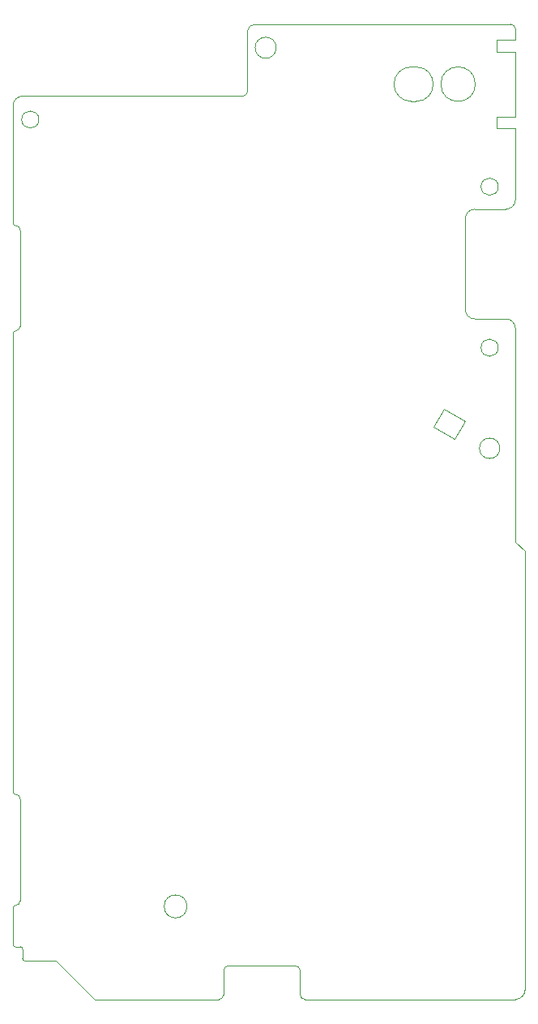
<source format=gm1>
G04 #@! TF.GenerationSoftware,KiCad,Pcbnew,5.1.5+dfsg1-2build2*
G04 #@! TF.CreationDate,2021-01-13T21:24:21+01:00*
G04 #@! TF.ProjectId,sony-scopeman,736f6e79-2d73-4636-9f70-656d616e2e6b,rev?*
G04 #@! TF.SameCoordinates,Original*
G04 #@! TF.FileFunction,Profile,NP*
%FSLAX46Y46*%
G04 Gerber Fmt 4.6, Leading zero omitted, Abs format (unit mm)*
G04 Created by KiCad (PCBNEW 5.1.5+dfsg1-2build2) date 2021-01-13 21:24:21*
%MOMM*%
%LPD*%
G04 APERTURE LIST*
%ADD10C,0.050000*%
G04 APERTURE END LIST*
D10*
X152000001Y-42500000D02*
G75*
G02X152500000Y-43000001I-1J-500000D01*
G01*
X151750000Y-42500000D02*
X152000000Y-42500001D01*
X143938528Y-84540191D02*
X145038524Y-82634937D01*
X146103591Y-85790192D02*
X143938528Y-84540191D01*
X147203588Y-83884934D02*
X146103591Y-85790192D01*
X145038524Y-82634937D02*
X147203588Y-83884934D01*
X142100000Y-46950000D02*
X141600000Y-46950000D01*
X141600000Y-50550000D02*
X142100000Y-50550000D01*
X141600002Y-50550000D02*
G75*
G02X141600000Y-46950000I-1J1800000D01*
G01*
X142100000Y-46950000D02*
G75*
G02X142100000Y-50550000I0J-1800000D01*
G01*
X148299999Y-48750000D02*
G75*
G03X148299999Y-48750000I-1799999J0D01*
G01*
X118177220Y-134550000D02*
G75*
G03X118177220Y-134550000I-1197023J0D01*
G01*
X150868878Y-86750000D02*
G75*
G03X150868878Y-86750000I-1068878J0D01*
G01*
X150699999Y-76250000D02*
G75*
G03X150699999Y-76250000I-899999J0D01*
G01*
X150699999Y-59450000D02*
G75*
G03X150699999Y-59450000I-899999J0D01*
G01*
X102700000Y-52450000D02*
G75*
G03X102700000Y-52450000I-900000J0D01*
G01*
X127500000Y-44950000D02*
G75*
G03X127500000Y-44950000I-1100000J0D01*
G01*
X122000000Y-143750000D02*
G75*
G02X121500000Y-144250000I-500000J0D01*
G01*
X122000000Y-141250000D02*
G75*
G02X122500000Y-140750000I500000J0D01*
G01*
X129500000Y-140750000D02*
G75*
G02X130000000Y-141250000I0J-500000D01*
G01*
X130500000Y-144250000D02*
G75*
G02X130000000Y-143750000I0J500000D01*
G01*
X153500000Y-102000000D02*
X153500000Y-143250000D01*
X153500000Y-97500000D02*
X153500000Y-102000000D01*
X152500000Y-96500000D02*
X153500000Y-97500000D01*
X152500000Y-74249999D02*
X152500000Y-96500000D01*
X147250000Y-72249999D02*
X147250000Y-62800000D01*
X151500000Y-73250000D02*
X148250000Y-73250000D01*
X151499999Y-73250000D02*
G75*
G02X152500000Y-74249999I1J-1000000D01*
G01*
X148249999Y-73250000D02*
G75*
G02X147250000Y-72249999I1J1000000D01*
G01*
X148250000Y-61800000D02*
X151500000Y-61800000D01*
X147250000Y-62800000D02*
G75*
G02X148250000Y-61800000I1000000J0D01*
G01*
X152500000Y-53350000D02*
X152500000Y-60800000D01*
X152500000Y-60800000D02*
G75*
G02X151500000Y-61800000I-1000000J0D01*
G01*
X150500000Y-53350000D02*
X152500000Y-53350000D01*
X150500000Y-52150000D02*
X150500000Y-53350000D01*
X152500000Y-52150001D02*
X150500000Y-52150000D01*
X152500000Y-45349999D02*
X152500000Y-52150001D01*
X150500000Y-45350000D02*
X152500000Y-45349999D01*
X150500000Y-44150000D02*
X150500000Y-45350000D01*
X152500000Y-44150000D02*
X150500000Y-44150000D01*
X152500000Y-43000001D02*
X152500000Y-44150000D01*
X125250000Y-42500000D02*
X151750000Y-42500000D01*
X124500000Y-43250000D02*
G75*
G02X125250000Y-42500000I750000J0D01*
G01*
X124500001Y-49500000D02*
X124500000Y-43250000D01*
X124500000Y-49500000D02*
G75*
G02X124000000Y-50000000I-500000J0D01*
G01*
X101000000Y-50000000D02*
X124000000Y-50000000D01*
X100000000Y-51000000D02*
G75*
G02X101000000Y-50000000I1000000J0D01*
G01*
X100000000Y-63250000D02*
X100000000Y-51000000D01*
X100250000Y-63500000D02*
G75*
G02X100750000Y-64000000I0J-500000D01*
G01*
X100250000Y-63500000D02*
G75*
G02X100000000Y-63250000I0J250000D01*
G01*
X100750000Y-74000000D02*
X100750000Y-64000000D01*
X100750000Y-74000000D02*
G75*
G02X100250000Y-74500000I-500000J0D01*
G01*
X100000000Y-74750000D02*
G75*
G02X100250000Y-74500000I250000J0D01*
G01*
X100000000Y-122600000D02*
X100000000Y-74750000D01*
X100250000Y-122850000D02*
G75*
G02X100000000Y-122600000I0J250000D01*
G01*
X100250000Y-122850001D02*
G75*
G02X100750000Y-123349999I1J-499999D01*
G01*
X100750000Y-128500000D02*
X100750000Y-123349999D01*
X100750000Y-138750000D02*
X100250000Y-138750000D01*
X100750000Y-133950000D02*
G75*
G02X100250000Y-134450000I-500000J0D01*
G01*
X100250000Y-138750000D02*
G75*
G02X100000000Y-138500000I0J250000D01*
G01*
X100750001Y-138750001D02*
G75*
G02X101000000Y-139000000I0J-249999D01*
G01*
X101250000Y-140250000D02*
G75*
G02X101000000Y-140000000I0J250000D01*
G01*
X101000000Y-139000000D02*
X101000000Y-140000000D01*
X100000000Y-134699999D02*
X100000000Y-138500000D01*
X100000000Y-134700000D02*
G75*
G02X100250000Y-134450000I250000J0D01*
G01*
X100750000Y-128500000D02*
X100750000Y-133950000D01*
X104500001Y-140250000D02*
X101249999Y-140250000D01*
X108500001Y-144250000D02*
X104500001Y-140250000D01*
X121500000Y-144250000D02*
X108500001Y-144250000D01*
X122000000Y-141250000D02*
X122000000Y-143750000D01*
X129500000Y-140749999D02*
X122500000Y-140750000D01*
X130000000Y-143750000D02*
X130000000Y-141250000D01*
X152500000Y-144250000D02*
X130500000Y-144250000D01*
X153500000Y-143250000D02*
G75*
G02X152500000Y-144250000I-1000000J0D01*
G01*
M02*

</source>
